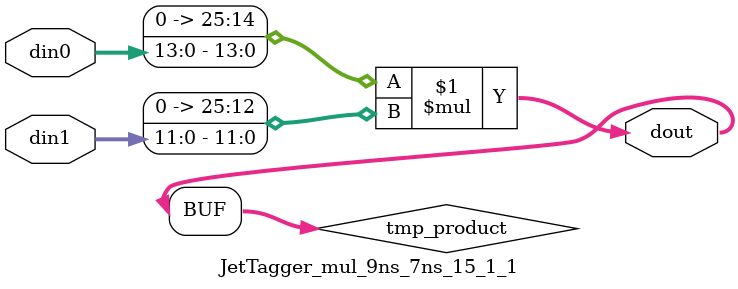
<source format=v>

`timescale 1 ns / 1 ps

  module JetTagger_mul_9ns_7ns_15_1_1(din0, din1, dout);
parameter ID = 1;
parameter NUM_STAGE = 0;
parameter din0_WIDTH = 14;
parameter din1_WIDTH = 12;
parameter dout_WIDTH = 26;

input [din0_WIDTH - 1 : 0] din0; 
input [din1_WIDTH - 1 : 0] din1; 
output [dout_WIDTH - 1 : 0] dout;

wire signed [dout_WIDTH - 1 : 0] tmp_product;










assign tmp_product = $signed({1'b0, din0}) * $signed({1'b0, din1});











assign dout = tmp_product;







endmodule

</source>
